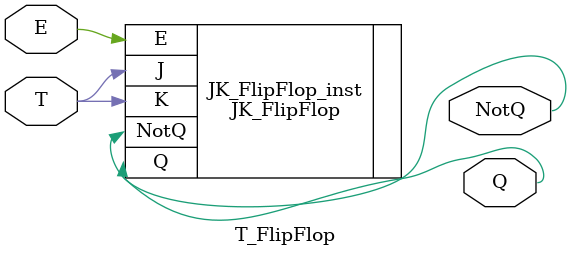
<source format=v>
module T_FlipFlop(
    input T,
    input E,
    output Q,
    output NotQ
    );
    
    
    JK_FlipFlop JK_FlipFlop_inst (
           .J(T),
           .K(T),
           .E(E),
           .Q(Q),
           .NotQ(NotQ)
    );
endmodule

</source>
